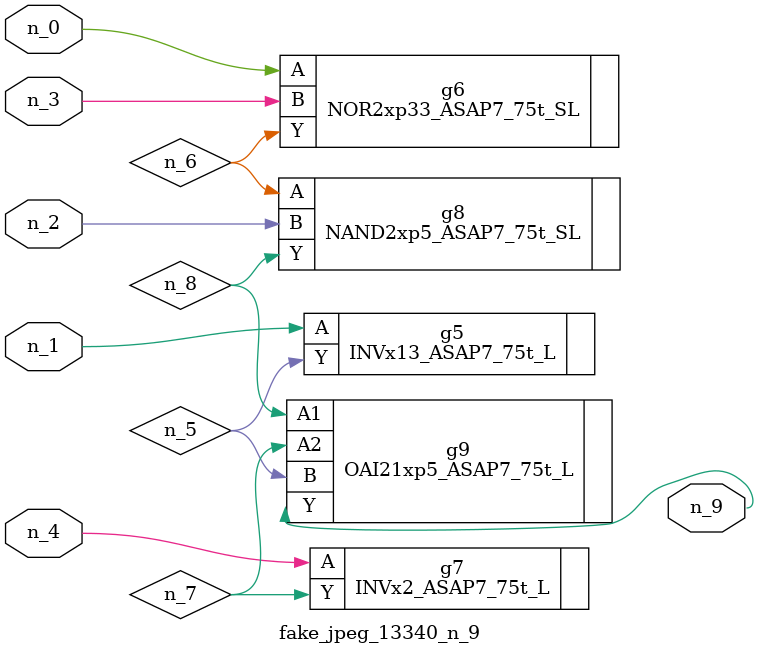
<source format=v>
module fake_jpeg_13340_n_9 (n_3, n_2, n_1, n_0, n_4, n_9);

input n_3;
input n_2;
input n_1;
input n_0;
input n_4;

output n_9;

wire n_8;
wire n_6;
wire n_5;
wire n_7;

INVx13_ASAP7_75t_L g5 ( 
.A(n_1),
.Y(n_5)
);

NOR2xp33_ASAP7_75t_SL g6 ( 
.A(n_0),
.B(n_3),
.Y(n_6)
);

INVx2_ASAP7_75t_L g7 ( 
.A(n_4),
.Y(n_7)
);

NAND2xp5_ASAP7_75t_SL g8 ( 
.A(n_6),
.B(n_2),
.Y(n_8)
);

OAI21xp5_ASAP7_75t_L g9 ( 
.A1(n_8),
.A2(n_7),
.B(n_5),
.Y(n_9)
);


endmodule
</source>
